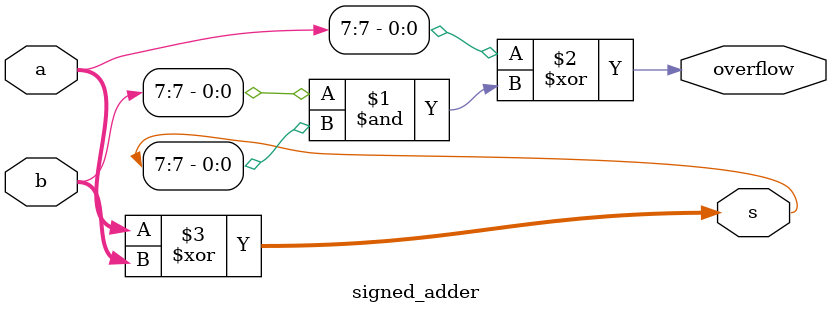
<source format=v>

module signed_adder(input [7:0] a,
    input [7:0] b,
    output [7:0] s,
    output overflow
); 

// The numbers a and b are added to the output s. 
// assign the occurence of the signed overflow of a and b to the output overflow.
// a signed overflow occurs if the most significant bits of a and b are low and the most significant bit of s is high
// a signed overflow may also occur if the most significant bits of a and b are high and the most significant bit of s is low


assign overflow = a[7] ^ b[7] & s[7];

// Add the most significant bit of each number to the sum s[7:0]
assign s[7:0] = a[7:0] ^ b[7:0];

endmodule

</source>
